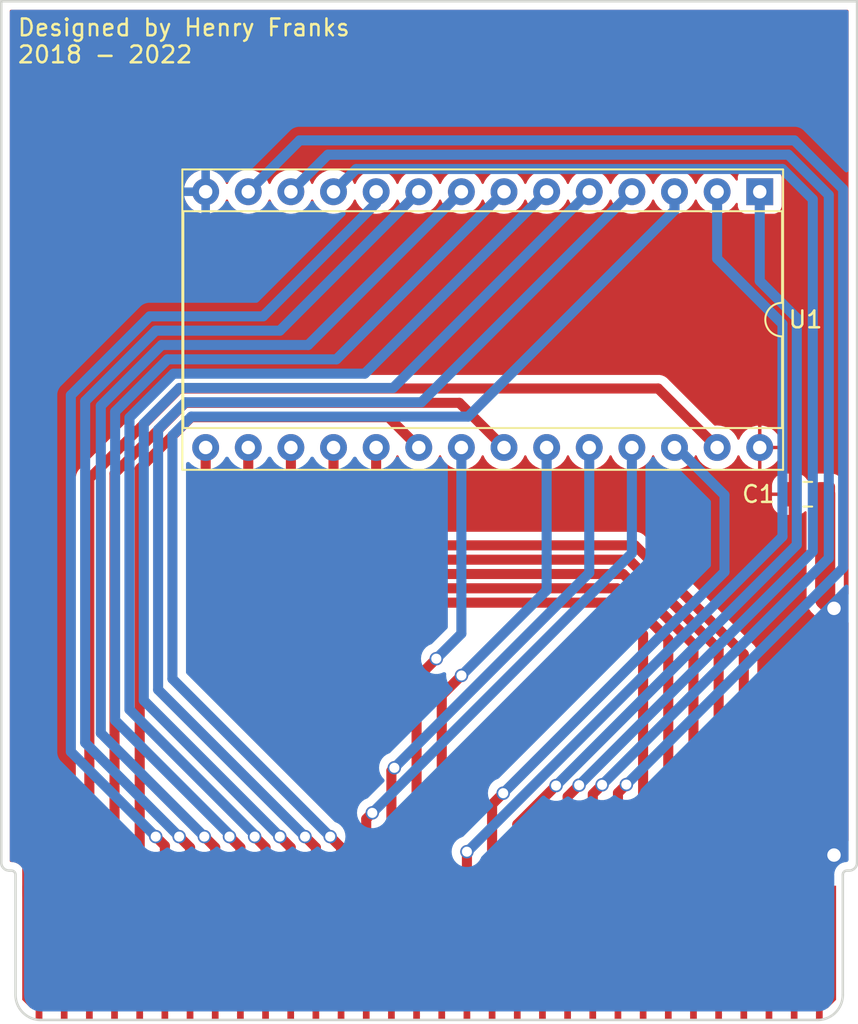
<source format=kicad_pcb>
(kicad_pcb (version 20211014) (generator pcbnew)
  (layers (0 "F.Cu" signal) (31 "B.Cu" signal) (34 "B.Paste" user) (35 "F.Paste" user) (36 "B.SilkS" user "B.Silkscreen") (37 "F.SilkS" user "F.Silkscreen") (38 "B.Mask" user) (39 "F.Mask" user) (44 "Edge.Cuts" user))
  (net 0 "")
  (net 1 "GND")
  (net 2 "Net-(J1-Pad2)")
  (net 3 "/~{WE}")
  (net 4 "/~{OE}")
  (net 5 "/~{CE}")
  (net 6 "/A0")
  (net 7 "/A1")
  (net 8 "/A2")
  (net 9 "/A3")
  (net 10 "/A4")
  (net 11 "/A5")
  (net 12 "/A6")
  (net 13 "/A7")
  (net 14 "/A8")
  (net 15 "/A9")
  (net 16 "/A10")
  (net 17 "/A11")
  (net 18 "/A12")
  (net 19 "/A13")
  (net 20 "/A14")
  (net 21 "Net-(J1-Pad21)")
  (net 22 "/D0")
  (net 23 "/D1")
  (net 24 "/D2")
  (net 25 "/D3")
  (net 26 "/D4")
  (net 27 "/D5")
  (net 28 "/D6")
  (net 29 "/D7")
  (net 30 "Net-(J1-Pad30)")
  (net 31 "Net-(J1-Pad31)")
  (net 32 "5V")
  (footprint "GB:Pak_Connector" (layer "F.Cu") (at 149.5 126.025)
    (fp_text reference "J1" hide)
    (fp_text value "Pak_Connector" hide)
    (fp_poly (pts (xy -23.05 0) (xy -23.45 0) (xy -23.45 -0.7) (xy -23.05 -0.7)) (layer "F.Cu") (width 0) (fill solid))
    (pad "1" smd custom locked (at -23.5 -7.5) (size 1 1) (layers "F.Cu") (net 32 "5V") (options (clearance outline) (anchor rect)) (primitives (gr_poly (pts (xy 0.75 6.8) (xy 0.45 6.8) (xy 0.45 7.5) (xy 0.05 7.5) (xy 0.05 6.8) (xy -0.25 6.8) (xy -0.75 6.3) (xy -0.75 -0.5) (xy 0.75 -0.5)) (width 0) (fill yes))))
    (pad "2" smd custom locked (at -21.75 -7.5) (size 1 1) (layers "F.Cu") (net 2 "Net-(J1-Pad2)") (options (clearance outline) (anchor rect)) (primitives (gr_poly (pts (xy 0.5 6.8) (xy 0.2 6.8) (xy 0.2 7.5) (xy -0.2 7.5) (xy -0.2 6.8) (xy -0.5 6.8) (xy -0.5 0.5) (xy 0.5 0.5)) (width 0) (fill yes))))
    (pad "3" smd custom locked (at -20.25 -7.5) (size 1 1) (layers "F.Cu") (net 3 "/~{WE}") (options (clearance outline) (anchor rect)) (primitives (gr_poly (pts (xy 0.5 6.8) (xy 0.2 6.8) (xy 0.2 7.5) (xy -0.2 7.5) (xy -0.2 6.8) (xy -0.5 6.8) (xy -0.5 0.5) (xy 0.5 0.5)) (width 0) (fill yes))))
    (pad "4" smd custom locked (at -18.75 -7.5) (size 1 1) (layers "F.Cu") (net 4 "/~{OE}") (options (clearance outline) (anchor rect)) (primitives (gr_poly (pts (xy 0.5 6.8) (xy 0.2 6.8) (xy 0.2 7.5) (xy -0.2 7.5) (xy -0.2 6.8) (xy -0.5 6.8) (xy -0.5 0.5) (xy 0.5 0.5)) (width 0) (fill yes))))
    (pad "5" smd custom locked (at -17.25 -7.5) (size 1 1) (layers "F.Cu") (net 5 "/~{CE}") (options (clearance outline) (anchor rect)) (primitives (gr_poly (pts (xy 0.5 6.8) (xy 0.2 6.8) (xy 0.2 7.5) (xy -0.2 7.5) (xy -0.2 6.8) (xy -0.5 6.8) (xy -0.5 0.5) (xy 0.5 0.5)) (width 0) (fill yes))))
    (pad "6" smd custom locked (at -15.75 -7.5) (size 1 1) (layers "F.Cu") (net 6 "/A0") (options (clearance outline) (anchor rect)) (primitives (gr_poly (pts (xy 0.5 6.8) (xy 0.2 6.8) (xy 0.2 7.5) (xy -0.2 7.5) (xy -0.2 6.8) (xy -0.5 6.8) (xy -0.5 0.5) (xy 0.5 0.5)) (width 0) (fill yes))))
    (pad "7" smd custom locked (at -14.25 -7.5) (size 1 1) (layers "F.Cu") (net 7 "/A1") (options (clearance outline) (anchor rect)) (primitives (gr_poly (pts (xy 0.5 6.8) (xy 0.2 6.8) (xy 0.2 7.5) (xy -0.2 7.5) (xy -0.2 6.8) (xy -0.5 6.8) (xy -0.5 0.5) (xy 0.5 0.5)) (width 0) (fill yes))))
    (pad "8" smd custom locked (at -12.75 -7.5) (size 1 1) (layers "F.Cu") (net 8 "/A2") (options (clearance outline) (anchor rect)) (primitives (gr_poly (pts (xy 0.5 6.8) (xy 0.2 6.8) (xy 0.2 7.5) (xy -0.2 7.5) (xy -0.2 6.8) (xy -0.5 6.8) (xy -0.5 0.5) (xy 0.5 0.5)) (width 0) (fill yes))))
    (pad "9" smd custom locked (at -11.25 -7.5) (size 1 1) (layers "F.Cu") (net 9 "/A3") (options (clearance outline) (anchor rect)) (primitives (gr_poly (pts (xy 0.5 6.8) (xy 0.2 6.8) (xy 0.2 7.5) (xy -0.2 7.5) (xy -0.2 6.8) (xy -0.5 6.8) (xy -0.5 0.5) (xy 0.5 0.5)) (width 0) (fill yes))))
    (pad "10" smd custom locked (at -9.75 -7.5) (size 1 1) (layers "F.Cu") (net 10 "/A4") (options (clearance outline) (anchor rect)) (primitives (gr_poly (pts (xy 0.5 6.8) (xy 0.2 6.8) (xy 0.2 7.5) (xy -0.2 7.5) (xy -0.2 6.8) (xy -0.5 6.8) (xy -0.5 0.5) (xy 0.5 0.5)) (width 0) (fill yes))))
    (pad "11" smd custom locked (at -8.25 -7.5) (size 1 1) (layers "F.Cu") (net 11 "/A5") (options (clearance outline) (anchor rect)) (primitives (gr_poly (pts (xy 0.5 6.8) (xy 0.2 6.8) (xy 0.2 7.5) (xy -0.2 7.5) (xy -0.2 6.8) (xy -0.5 6.8) (xy -0.5 0.5) (xy 0.5 0.5)) (width 0) (fill yes))))
    (pad "12" smd custom locked (at -6.75 -7.5) (size 1 1) (layers "F.Cu") (net 12 "/A6") (options (clearance outline) (anchor rect)) (primitives (gr_poly (pts (xy 0.5 6.8) (xy 0.2 6.8) (xy 0.2 7.5) (xy -0.2 7.5) (xy -0.2 6.8) (xy -0.5 6.8) (xy -0.5 0.5) (xy 0.5 0.5)) (width 0) (fill yes))))
    (pad "13" smd custom locked (at -5.25 -7.5) (size 1 1) (layers "F.Cu") (net 13 "/A7") (options (clearance outline) (anchor rect)) (primitives (gr_poly (pts (xy 0.5 6.8) (xy 0.2 6.8) (xy 0.2 7.5) (xy -0.2 7.5) (xy -0.2 6.8) (xy -0.5 6.8) (xy -0.5 0.5) (xy 0.5 0.5)) (width 0) (fill yes))))
    (pad "14" smd custom locked (at -3.75 -7.5) (size 1 1) (layers "F.Cu") (net 14 "/A8") (options (clearance outline) (anchor rect)) (primitives (gr_poly (pts (xy 0.5 6.8) (xy 0.2 6.8) (xy 0.2 7.5) (xy -0.2 7.5) (xy -0.2 6.8) (xy -0.5 6.8) (xy -0.5 0.5) (xy 0.5 0.5)) (width 0) (fill yes))))
    (pad "15" smd custom locked (at -2.25 -7.5) (size 1 1) (layers "F.Cu") (net 15 "/A9") (options (clearance outline) (anchor rect)) (primitives (gr_poly (pts (xy 0.5 6.8) (xy 0.2 6.8) (xy 0.2 7.5) (xy -0.2 7.5) (xy -0.2 6.8) (xy -0.5 6.8) (xy -0.5 0.5) (xy 0.5 0.5)) (width 0) (fill yes))))
    (pad "16" smd custom locked (at -0.75 -7.5) (size 1 1) (layers "F.Cu") (net 16 "/A10") (options (clearance outline) (anchor rect)) (primitives (gr_poly (pts (xy 0.5 6.8) (xy 0.2 6.8) (xy 0.2 7.5) (xy -0.2 7.5) (xy -0.2 6.8) (xy -0.5 6.8) (xy -0.5 0.5) (xy 0.5 0.5)) (width 0) (fill yes))))
    (pad "17" smd custom locked (at 0.75 -7.5) (size 1 1) (layers "F.Cu") (net 17 "/A11") (options (clearance outline) (anchor rect)) (primitives (gr_poly (pts (xy 0.5 6.8) (xy 0.2 6.8) (xy 0.2 7.5) (xy -0.2 7.5) (xy -0.2 6.8) (xy -0.5 6.8) (xy -0.5 0.5) (xy 0.5 0.5)) (width 0) (fill yes))))
    (pad "18" smd custom locked (at 2.25 -7.5) (size 1 1) (layers "F.Cu") (net 18 "/A12") (options (clearance outline) (anchor rect)) (primitives (gr_poly (pts (xy 0.5 6.8) (xy 0.2 6.8) (xy 0.2 7.5) (xy -0.2 7.5) (xy -0.2 6.8) (xy -0.5 6.8) (xy -0.5 0.5) (xy 0.5 0.5)) (width 0) (fill yes))))
    (pad "19" smd custom locked (at 3.75 -7.5) (size 1 1) (layers "F.Cu") (net 19 "/A13") (options (clearance outline) (anchor rect)) (primitives (gr_poly (pts (xy 0.5 6.8) (xy 0.2 6.8) (xy 0.2 7.5) (xy -0.2 7.5) (xy -0.2 6.8) (xy -0.5 6.8) (xy -0.5 0.5) (xy 0.5 0.5)) (width 0) (fill yes))))
    (pad "20" smd custom locked (at 5.25 -7.5) (size 1 1) (layers "F.Cu") (net 20 "/A14") (options (clearance outline) (anchor rect)) (primitives (gr_poly (pts (xy 0.5 6.8) (xy 0.2 6.8) (xy 0.2 7.5) (xy -0.2 7.5) (xy -0.2 6.8) (xy -0.5 6.8) (xy -0.5 0.5) (xy 0.5 0.5)) (width 0) (fill yes))))
    (pad "21" smd custom locked (at 6.75 -7.5) (size 1 1) (layers "F.Cu") (net 21 "Net-(J1-Pad21)") (options (clearance outline) (anchor rect)) (primitives (gr_poly (pts (xy 0.5 6.8) (xy 0.2 6.8) (xy 0.2 7.5) (xy -0.2 7.5) (xy -0.2 6.8) (xy -0.5 6.8) (xy -0.5 0.5) (xy 0.5 0.5)) (width 0) (fill yes))))
    (pad "22" smd custom locked (at 8.25 -7.5) (size 1 1) (layers "F.Cu") (net 22 "/D0") (options (clearance outline) (anchor rect)) (primitives (gr_poly (pts (xy 0.5 6.8) (xy 0.2 6.8) (xy 0.2 7.5) (xy -0.2 7.5) (xy -0.2 6.8) (xy -0.5 6.8) (xy -0.5 0.5) (xy 0.5 0.5)) (width 0) (fill yes))))
    (pad "23" smd custom locked (at 9.75 -7.5) (size 1 1) (layers "F.Cu") (net 23 "/D1") (options (clearance outline) (anchor rect)) (primitives (gr_poly (pts (xy 0.5 6.8) (xy 0.2 6.8) (xy 0.2 7.5) (xy -0.2 7.5) (xy -0.2 6.8) (xy -0.5 6.8) (xy -0.5 0.5) (xy 0.5 0.5)) (width 0) (fill yes))))
    (pad "24" smd custom locked (at 11.25 -7.5) (size 1 1) (layers "F.Cu") (net 24 "/D2") (options (clearance outline) (anchor rect)) (primitives (gr_poly (pts (xy 0.5 6.8) (xy 0.2 6.8) (xy 0.2 7.5) (xy -0.2 7.5) (xy -0.2 6.8) (xy -0.5 6.8) (xy -0.5 0.5) (xy 0.5 0.5)) (width 0) (fill yes))))
    (pad "25" smd custom locked (at 12.75 -7.5) (size 1 1) (layers "F.Cu") (net 25 "/D3") (options (clearance outline) (anchor rect)) (primitives (gr_poly (pts (xy 0.5 6.8) (xy 0.2 6.8) (xy 0.2 7.5) (xy -0.2 7.5) (xy -0.2 6.8) (xy -0.5 6.8) (xy -0.5 0.5) (xy 0.5 0.5)) (width 0) (fill yes))))
    (pad "26" smd custom locked (at 14.25 -7.5) (size 1 1) (layers "F.Cu") (net 26 "/D4") (options (clearance outline) (anchor rect)) (primitives (gr_poly (pts (xy 0.5 6.8) (xy 0.2 6.8) (xy 0.2 7.5) (xy -0.2 7.5) (xy -0.2 6.8) (xy -0.5 6.8) (xy -0.5 0.5) (xy 0.5 0.5)) (width 0) (fill yes))))
    (pad "27" smd custom locked (at 15.75 -7.5) (size 1 1) (layers "F.Cu") (net 27 "/D5") (options (clearance outline) (anchor rect)) (primitives (gr_poly (pts (xy 0.5 6.8) (xy 0.2 6.8) (xy 0.2 7.5) (xy -0.2 7.5) (xy -0.2 6.8) (xy -0.5 6.8) (xy -0.5 0.5) (xy 0.5 0.5)) (width 0) (fill yes))))
    (pad "28" smd custom locked (at 17.25 -7.5) (size 1 1) (layers "F.Cu") (net 28 "/D6") (options (clearance outline) (anchor rect)) (primitives (gr_poly (pts (xy 0.5 6.8) (xy 0.2 6.8) (xy 0.2 7.5) (xy -0.2 7.5) (xy -0.2 6.8) (xy -0.5 6.8) (xy -0.5 0.5) (xy 0.5 0.5)) (width 0) (fill yes))))
    (pad "29" smd custom locked (at 18.75 -7.5) (size 1 1) (layers "F.Cu") (net 29 "/D7") (options (clearance outline) (anchor rect)) (primitives (gr_poly (pts (xy 0.5 6.8) (xy 0.2 6.8) (xy 0.2 7.5) (xy -0.2 7.5) (xy -0.2 6.8) (xy -0.5 6.8) (xy -0.5 0.5) (xy 0.5 0.5)) (width 0) (fill yes))))
    (pad "30" smd custom locked (at 20.25 -7.5) (size 1 1) (layers "F.Cu") (net 30 "Net-(J1-Pad30)") (options (clearance outline) (anchor rect)) (primitives (gr_poly (pts (xy 0.5 6.8) (xy 0.2 6.8) (xy 0.2 7.5) (xy -0.2 7.5) (xy -0.2 6.8) (xy -0.5 6.8) (xy -0.5 0.5) (xy 0.5 0.5)) (width 0) (fill yes))))
    (pad "31" smd custom locked (at 21.75 -7.5) (size 1 1) (layers "F.Cu") (net 31 "Net-(J1-Pad31)") (options (clearance outline) (anchor rect)) (primitives (gr_poly (pts (xy 0.5 6.8) (xy 0.2 6.8) (xy 0.2 7.5) (xy -0.2 7.5) (xy -0.2 6.8) (xy -0.5 6.8) (xy -0.5 0.5) (xy 0.5 0.5)) (width 0) (fill yes))))
    (pad "32" smd custom locked (at 23.5 -7.5) (size 1 1) (layers "F.Cu") (net 1 "GND") (options (clearance outline) (anchor rect)) (primitives (gr_poly (pts (xy 0.75 6.3) (xy 0.25 6.8) (xy -0.05 6.8) (xy -0.05 7.5) (xy -0.45 7.5) (xy -0.45 6.8) (xy -0.75 6.8) (xy -0.75 -0.5) (xy 0.75 -0.5)) (width 0) (fill yes))))
  )
  (footprint "GB:C_0805" (layer "F.Cu") (at 172.0625 94.7)
    (fp_text reference "C1" (at -2.9375 0 180) (layer "F.SilkS"))
    (fp_text value "10n")
    (fp_line (start -0.261252 0.735) (end 0.261252 0.735) (layer "F.SilkS") (width 0.12))
    (fp_line (start -0.261252 -0.735) (end 0.261252 -0.735) (layer "F.SilkS") (width 0.12))
    (pad "1" smd roundrect locked (at -1.0375 0) (size 1.175 1.45) (layers "F.Cu" "F.Paste" "F.Mask") (roundrect_rratio 0.2127659574) (net 32 "5V"))
    (pad "2" smd roundrect locked (at 1.0375 0) (size 1.175 1.45) (layers "F.Cu" "F.Paste" "F.Mask") (roundrect_rratio 0.2127659574) (net 1 "GND"))
  )
  (footprint "GB:DIP_Socket_28" (layer "F.Cu") (at 169.2 76.675 -90)
    (fp_text reference "U1" (at 7.619999 -2.725 180) (layer "F.SilkS"))
    (fp_text value "AT28C256-15PU")
    (fp_line (start 16.57 -1.39) (end -1.33 -1.39) (layer "F.SilkS") (width 0.12))
    (fp_line (start -1.33 34.41) (end 16.57 34.41) (layer "F.SilkS") (width 0.12))
    (fp_line (start -1.33 -1.39) (end -1.33 34.41) (layer "F.SilkS") (width 0.12))
    (fp_line (start 6.62 -1.33) (end 1.16 -1.33) (layer "F.SilkS") (width 0.12))
    (fp_line (start 16.57 34.41) (end 16.57 -1.39) (layer "F.SilkS") (width 0.12))
    (fp_line (start 14.08 -1.33) (end 8.62 -1.33) (layer "F.SilkS") (width 0.12))
    (fp_line (start 1.16 -1.33) (end 1.16 34.35) (layer "F.SilkS") (width 0.12))
    (fp_line (start 14.08 34.35) (end 14.08 -1.33) (layer "F.SilkS") (width 0.12))
    (fp_line (start 1.16 34.35) (end 14.08 34.35) (layer "F.SilkS") (width 0.12))
    (fp_arc (start 8.62 -1.33) (mid 7.62 -0.33) (end 6.62 -1.33) (layer "F.SilkS") (width 0.12))
    (pad "1" thru_hole rect locked (at 0 0 270) (size 1.6 1.6) (drill 0.8) (layers *.Cu *.Mask) (net 20 "/A14"))
    (pad "2" thru_hole oval locked (at 0 2.54 270) (size 1.6 1.6) (drill 0.8) (layers *.Cu *.Mask) (net 18 "/A12"))
    (pad "3" thru_hole oval locked (at 0 5.08 270) (size 1.6 1.6) (drill 0.8) (layers *.Cu *.Mask) (net 13 "/A7"))
    (pad "4" thru_hole oval locked (at 0 7.62 270) (size 1.6 1.6) (drill 0.8) (layers *.Cu *.Mask) (net 12 "/A6"))
    (pad "5" thru_hole oval locked (at 0 10.16 270) (size 1.6 1.6) (drill 0.8) (layers *.Cu *.Mask) (net 11 "/A5"))
    (pad "6" thru_hole oval locked (at 0 12.7 270) (size 1.6 1.6) (drill 0.8) (layers *.Cu *.Mask) (net 10 "/A4"))
    (pad "7" thru_hole oval locked (at 0 15.24 270) (size 1.6 1.6) (drill 0.8) (layers *.Cu *.Mask) (net 9 "/A3"))
    (pad "8" thru_hole oval locked (at 0 17.78 270) (size 1.6 1.6) (drill 0.8) (layers *.Cu *.Mask) (net 8 "/A2"))
    (pad "9" thru_hole oval locked (at 0 20.32 270) (size 1.6 1.6) (drill 0.8) (layers *.Cu *.Mask) (net 7 "/A1"))
    (pad "10" thru_hole oval locked (at 0 22.86 270) (size 1.6 1.6) (drill 0.8) (layers *.Cu *.Mask) (net 6 "/A0"))
    (pad "11" thru_hole oval locked (at 0 25.4 270) (size 1.6 1.6) (drill 0.8) (layers *.Cu *.Mask) (net 22 "/D0"))
    (pad "12" thru_hole oval locked (at 0 27.94 270) (size 1.6 1.6) (drill 0.8) (layers *.Cu *.Mask) (net 23 "/D1"))
    (pad "13" thru_hole oval locked (at 0 30.48 270) (size 1.6 1.6) (drill 0.8) (layers *.Cu *.Mask) (net 24 "/D2"))
    (pad "14" thru_hole oval locked (at 0 33.02 270) (size 1.6 1.6) (drill 0.8) (layers *.Cu *.Mask) (net 1 "GND"))
    (pad "15" thru_hole oval locked (at 15.24 33.02 270) (size 1.6 1.6) (drill 0.8) (layers *.Cu *.Mask) (net 25 "/D3"))
    (pad "16" thru_hole oval locked (at 15.24 30.48 270) (size 1.6 1.6) (drill 0.8) (layers *.Cu *.Mask) (net 26 "/D4"))
    (pad "17" thru_hole oval locked (at 15.24 27.94 270) (size 1.6 1.6) (drill 0.8) (layers *.Cu *.Mask) (net 27 "/D5"))
    (pad "18" thru_hole oval locked (at 15.24 25.4 270) (size 1.6 1.6) (drill 0.8) (layers *.Cu *.Mask) (net 28 "/D6"))
    (pad "19" thru_hole oval locked (at 15.24 22.86 270) (size 1.6 1.6) (drill 0.8) (layers *.Cu *.Mask) (net 29 "/D7"))
    (pad "20" thru_hole oval locked (at 15.24 20.32 270) (size 1.6 1.6) (drill 0.8) (layers *.Cu *.Mask) (net 5 "/~{CE}"))
    (pad "21" thru_hole oval locked (at 15.24 17.78 270) (size 1.6 1.6) (drill 0.8) (layers *.Cu *.Mask) (net 16 "/A10"))
    (pad "22" thru_hole oval locked (at 15.24 15.24 270) (size 1.6 1.6) (drill 0.8) (layers *.Cu *.Mask) (net 4 "/~{OE}"))
    (pad "23" thru_hole oval locked (at 15.24 12.7 270) (size 1.6 1.6) (drill 0.8) (layers *.Cu *.Mask) (net 17 "/A11"))
    (pad "24" thru_hole oval locked (at 15.24 10.16 270) (size 1.6 1.6) (drill 0.8) (layers *.Cu *.Mask) (net 15 "/A9"))
    (pad "25" thru_hole oval locked (at 15.24 7.62 270) (size 1.6 1.6) (drill 0.8) (layers *.Cu *.Mask) (net 14 "/A8"))
    (pad "26" thru_hole oval locked (at 15.24 5.08 270) (size 1.6 1.6) (drill 0.8) (layers *.Cu *.Mask) (net 19 "/A13"))
    (pad "27" thru_hole oval locked (at 15.24 2.54 270) (size 1.6 1.6) (drill 0.8) (layers *.Cu *.Mask) (net 3 "/~{WE}"))
    (pad "28" thru_hole oval locked (at 15.24 0 270) (size 1.6 1.6) (drill 0.8) (layers *.Cu *.Mask) (net 32 "5V"))
  )
  (gr_line (start 124 116.65) (end 124 65.325) (layer "Edge.Cuts") (width 0.15))
  (gr_line (start 124 65.325) (end 175 65.325) (layer "Edge.Cuts") (width 0.15))
  (gr_line (start 124.6 117.125) (end 124.475 117.125) (layer "Edge.Cuts") (width 0.15))
  (gr_arc (start 174.15 117.375) (mid 174.223223 117.198223) (end 174.4 117.125) (layer "Edge.Cuts") (width 0.15))
  (gr_line (start 174.15 117.375) (end 174.15 124.525) (layer "Edge.Cuts") (width 0.15))
  (gr_line (start 174.4 117.125) (end 174.525 117.125) (layer "Edge.Cuts") (width 0.15))
  (gr_arc (start 175 116.65) (mid 174.860876 116.985876) (end 174.525 117.125) (layer "Edge.Cuts") (width 0.15))
  (gr_arc (start 174.15 124.525) (mid 173.71066 125.58566) (end 172.65 126.025) (layer "Edge.Cuts") (width 0.15))
  (gr_line (start 172.65 126.025) (end 126.35 126.025) (layer "Edge.Cuts") (width 0.15))
  (gr_arc (start 126.35 126.025) (mid 125.28934 125.58566) (end 124.85 124.525) (layer "Edge.Cuts") (width 0.15))
  (gr_arc (start 124.6 117.125) (mid 124.776777 117.198223) (end 124.85 117.375) (layer "Edge.Cuts") (width 0.15))
  (gr_line (start 124.85 117.375) (end 124.85 124.525) (layer "Edge.Cuts") (width 0.15))
  (gr_arc (start 124.475 117.125) (mid 124.139124 116.985876) (end 124 116.65) (layer "Edge.Cuts") (width 0.15))
  (gr_line (start 175 116.65) (end 175 65.325) (layer "Edge.Cuts") (width 0.15))
  (gr_text "Designed by Henry Franks\n2018 - 2022" (at 124.9 67.7) (layer "F.SilkS") (effects (font (size 1 1)) (justify left)))
  (segment (start 173.1 100.975) (end 173.625 101.5) (width 1.2) (layer "F.Cu") (net 1))
  (segment (start 173.1 94.7) (end 173.1 100.975) (width 1.2) (layer "F.Cu") (net 1))
  (segment (start 173 118.525) (end 173 116.825) (width 1.2) (layer "F.Cu") (net 1))
  (segment (start 173 116.825) (end 173.625 116.2) (width 1.2) (layer "F.Cu") (net 1))
  (via (at 173.625 116.2) (size 1) (drill 0.8) (layers "F.Cu" "B.Cu") (net 1))
  (via (at 173.625 101.5) (size 1) (drill 0.8) (layers "F.Cu" "B.Cu") (net 1))
  (segment (start 129.25 93.759494) (end 129.25 118.525) (width 0.6) (layer "F.Cu") (net 3))
  (segment (start 166.66 91.915) (end 163.145 88.4) (width 0.6) (layer "F.Cu") (net 3))
  (segment (start 134.609494 88.4) (end 129.25 93.759494) (width 0.6) (layer "F.Cu") (net 3))
  (segment (start 163.145 88.4) (end 134.609494 88.4) (width 0.6) (layer "F.Cu") (net 3))
  (segment (start 134.963236 89.254011) (end 130.75 93.467247) (width 0.6) (layer "F.Cu") (net 4))
  (segment (start 130.75 93.467247) (end 130.75 118.525) (width 0.6) (layer "F.Cu") (net 4))
  (segment (start 153.96 91.915) (end 151.299011 89.254011) (width 0.6) (layer "F.Cu") (net 4))
  (segment (start 151.299011 89.254011) (end 134.963236 89.254011) (width 0.6) (layer "F.Cu") (net 4))
  (segment (start 132.25 93.175) (end 132.25 118.525) (width 0.6) (layer "F.Cu") (net 5))
  (segment (start 147.073022 90.108022) (end 135.316978 90.108022) (width 0.6) (layer "F.Cu") (net 5))
  (segment (start 135.316978 90.108022) (end 132.25 93.175) (width 0.6) (layer "F.Cu") (net 5))
  (segment (start 148.88 91.915) (end 147.073022 90.108022) (width 0.6) (layer "F.Cu") (net 5))
  (segment (start 133.75 118.525) (end 133.75 115.6465) (width 0.6) (layer "F.Cu") (net 6))
  (segment (start 133.75 115.6465) (end 133.2035 115.1) (width 0.6) (layer "F.Cu") (net 6))
  (via (at 133.2035 115.1) (size 0.8) (drill 0.6) (layers "F.Cu" "B.Cu") (net 6))
  (segment (start 139.6 84.1) (end 146.34 77.36) (width 0.6) (layer "B.Cu") (net 6))
  (segment (start 133.2035 115.1) (end 128.14648 110.04298) (width 0.6) (layer "B.Cu") (net 6))
  (segment (start 146.34 77.36) (end 146.34 76.675) (width 0.6) (layer "B.Cu") (net 6))
  (segment (start 132.850585 84.1) (end 139.6 84.1) (width 0.6) (layer "B.Cu") (net 6))
  (segment (start 128.14648 88.804104) (end 132.850585 84.1) (width 0.6) (layer "B.Cu") (net 6))
  (segment (start 128.14648 110.04298) (end 128.14648 88.804104) (width 0.6) (layer "B.Cu") (net 6))
  (segment (start 135.25 115.75) (end 134.6 115.1) (width 0.6) (layer "F.Cu") (net 7))
  (segment (start 135.25 118.525) (end 135.25 115.75) (width 0.6) (layer "F.Cu") (net 7))
  (via (at 134.6 115.1) (size 0.8) (drill 0.6) (layers "F.Cu" "B.Cu") (net 7))
  (segment (start 133.204124 84.95352) (end 129 89.157644) (width 0.6) (layer "B.Cu") (net 7))
  (segment (start 129 109.5) (end 134.6 115.1) (width 0.6) (layer "B.Cu") (net 7))
  (segment (start 148.88 76.675) (end 140.60148 84.95352) (width 0.6) (layer "B.Cu") (net 7))
  (segment (start 140.60148 84.95352) (end 133.204124 84.95352) (width 0.6) (layer "B.Cu") (net 7))
  (segment (start 129 89.157644) (end 129 109.5) (width 0.6) (layer "B.Cu") (net 7))
  (segment (start 136.1 115.1) (end 136.75 115.75) (width 0.6) (layer "F.Cu") (net 8))
  (segment (start 136.75 115.75) (end 136.75 118.525) (width 0.6) (layer "F.Cu") (net 8))
  (via (at 136.1 115.1) (size 0.8) (drill 0.6) (layers "F.Cu" "B.Cu") (net 8))
  (segment (start 142.28796 85.80704) (end 151.42 76.675) (width 0.6) (layer "B.Cu") (net 8))
  (segment (start 133.557664 85.80704) (end 142.28796 85.80704) (width 0.6) (layer "B.Cu") (net 8))
  (segment (start 136.1 115.1) (end 129.9324 108.9324) (width 0.6) (layer "B.Cu") (net 8))
  (segment (start 129.932401 89.4323) (end 133.557664 85.80704) (width 0.6) (layer "B.Cu") (net 8))
  (segment (start 129.9324 108.9324) (end 129.932401 89.4323) (width 0.6) (layer "B.Cu") (net 8))
  (segment (start 137.6 115.1) (end 138.25 115.75) (width 0.6) (layer "F.Cu") (net 9))
  (segment (start 138.25 115.75) (end 138.25 118.525) (width 0.6) (layer "F.Cu") (net 9))
  (via (at 137.6 115.1) (size 0.8) (drill 0.6) (layers "F.Cu" "B.Cu") (net 9))
  (segment (start 137.6 114.98588) (end 130.78592 108.1718) (width 0.6) (layer "B.Cu") (net 9))
  (segment (start 133.911203 86.66056) (end 143.97444 86.66056) (width 0.6) (layer "B.Cu") (net 9))
  (segment (start 130.78592 89.78584) (end 131.285901 89.28586) (width 0.6) (layer "B.Cu") (net 9))
  (segment (start 137.6 115.1) (end 137.6 114.98588) (width 0.6) (layer "B.Cu") (net 9))
  (segment (start 130.78592 108.1718) (end 130.78592 89.78584) (width 0.6) (layer "B.Cu") (net 9))
  (segment (start 131.285901 89.28586) (end 133.911203 86.66056) (width 0.6) (layer "B.Cu") (net 9))
  (segment (start 143.97444 86.66056) (end 153.96 76.675) (width 0.6) (layer "B.Cu") (net 9))
  (segment (start 139.75 115.75) (end 139.75 118.525) (width 0.6) (layer "F.Cu") (net 10))
  (segment (start 139.1 115.1) (end 139.75 115.75) (width 0.6) (layer "F.Cu") (net 10))
  (via (at 139.1 115.1) (size 0.8) (drill 0.6) (layers "F.Cu" "B.Cu") (net 10))
  (segment (start 139.1 115.1) (end 139.1 114.99294) (width 0.6) (layer "B.Cu") (net 10))
  (segment (start 134.264742 87.51408) (end 145.66092 87.51408) (width 0.6) (layer "B.Cu") (net 10))
  (segment (start 131.63944 90.13938) (end 134.264742 87.51408) (width 0.6) (layer "B.Cu") (net 10))
  (segment (start 145.66092 87.51408) (end 156.5 76.675) (width 0.6) (layer "B.Cu") (net 10))
  (segment (start 139.1 114.99294) (end 131.63944 107.53238) (width 0.6) (layer "B.Cu") (net 10))
  (segment (start 131.63944 107.53238) (end 131.63944 90.13938) (width 0.6) (layer "B.Cu") (net 10))
  (segment (start 141.25 115.75) (end 141.25 118.525) (width 0.6) (layer "F.Cu") (net 11))
  (segment (start 140.6 115.1) (end 141.25 115.75) (width 0.6) (layer "F.Cu") (net 11))
  (via (at 140.6 115.1) (size 0.8) (drill 0.6) (layers "F.Cu" "B.Cu") (net 11))
  (segment (start 132.49296 106.9859) (end 132.49296 90.49292) (width 0.6) (layer "B.Cu") (net 11))
  (segment (start 140.6 115.1) (end 140.6 115.09294) (width 0.6) (layer "B.Cu") (net 11))
  (segment (start 134.618281 88.3676) (end 147.3474 88.3676) (width 0.6) (layer "B.Cu") (net 11))
  (segment (start 132.49296 90.49292) (end 134.618281 88.3676) (width 0.6) (layer "B.Cu") (net 11))
  (segment (start 140.6 115.09294) (end 132.49296 106.9859) (width 0.6) (layer "B.Cu") (net 11))
  (segment (start 147.3474 88.3676) (end 159.04 76.675) (width 0.6) (layer "B.Cu") (net 11))
  (segment (start 142.1 115.1) (end 142.75 115.75) (width 0.6) (layer "F.Cu") (net 12))
  (segment (start 142.75 115.75) (end 142.75 118.525) (width 0.6) (layer "F.Cu") (net 12))
  (via (at 142.1 115.1) (size 0.8) (drill 0.6) (layers "F.Cu" "B.Cu") (net 12))
  (segment (start 133.34648 106.34648) (end 142.1 115.1) (width 0.6) (layer "B.Cu") (net 12))
  (segment (start 134.97182 89.22112) (end 133.34648 90.84646) (width 0.6) (layer "B.Cu") (net 12))
  (segment (start 149.03388 89.22112) (end 134.97182 89.22112) (width 0.6) (layer "B.Cu") (net 12))
  (segment (start 161.58 76.675) (end 149.03388 89.22112) (width 0.6) (layer "B.Cu") (net 12))
  (segment (start 133.34648 90.84646) (end 133.34648 106.34648) (width 0.6) (layer "B.Cu") (net 12))
  (segment (start 144.25 115.75) (end 144.25 118.525) (width 0.6) (layer "F.Cu") (net 13))
  (segment (start 143.6 115.1) (end 144.25 115.75) (width 0.6) (layer "F.Cu") (net 13))
  (via (at 143.6 115.1) (size 0.8) (drill 0.6) (layers "F.Cu" "B.Cu") (net 13))
  (segment (start 135.32536 90.07464) (end 151.82536 90.07464) (width 0.6) (layer "B.Cu") (net 13))
  (segment (start 164.12 77.78) (end 164.12 76.675) (width 0.6) (layer "B.Cu") (net 13))
  (segment (start 134.2 91.2) (end 135.32536 90.07464) (width 0.6) (layer "B.Cu") (net 13))
  (segment (start 134.2 105.7) (end 134.2 91.2) (width 0.6) (layer "B.Cu") (net 13))
  (segment (start 143.6 115.1) (end 134.2 105.7) (width 0.6) (layer "B.Cu") (net 13))
  (segment (start 151.82536 90.07464) (end 164.12 77.78) (width 0.6) (layer "B.Cu") (net 13))
  (segment (start 145.75 118.525) (end 145.75 114.046) (width 0.6) (layer "F.Cu") (net 14))
  (segment (start 145.75 114.046) (end 146.110496 113.685504) (width 0.6) (layer "F.Cu") (net 14))
  (via (at 146.110496 113.685504) (size 0.8) (drill 0.6) (layers "F.Cu" "B.Cu") (net 14))
  (segment (start 161.58 91.915) (end 161.58 98.216) (width 0.6) (layer "B.Cu") (net 14))
  (segment (start 161.58 98.216) (end 146.110496 113.685504) (width 0.6) (layer "B.Cu") (net 14))
  (segment (start 147.25 118.525) (end 147.25 111.175) (width 0.6) (layer "F.Cu") (net 15))
  (segment (start 147.25 111.175) (end 147.425 111) (width 0.6) (layer "F.Cu") (net 15))
  (via (at 147.425 111) (size 0.8) (drill 0.6) (layers "F.Cu" "B.Cu") (net 15))
  (segment (start 159.04 99.385) (end 147.425 111) (width 0.6) (layer "B.Cu") (net 15))
  (segment (start 159.04 91.915) (end 159.04 99.385) (width 0.6) (layer "B.Cu") (net 15))
  (segment (start 149.925 104.5) (end 148.75 105.675) (width 0.6) (layer "F.Cu") (net 16))
  (segment (start 148.75 105.675) (end 148.75 118.525) (width 0.6) (layer "F.Cu") (net 16))
  (via (at 149.925 104.5) (size 0.8) (drill 0.6) (layers "F.Cu" "B.Cu") (net 16))
  (segment (start 151.42 91.915) (end 151.42 103.005) (width 0.6) (layer "B.Cu") (net 16))
  (segment (start 151.42 103.005) (end 149.925 104.5) (width 0.6) (layer "B.Cu") (net 16))
  (segment (start 150.25 106.675) (end 151.425 105.5) (width 0.6) (layer "F.Cu") (net 17))
  (segment (start 150.25 118.525) (end 150.25 106.675) (width 0.6) (layer "F.Cu") (net 17))
  (via (at 151.425 105.5) (size 0.8) (drill 0.6) (layers "F.Cu" "B.Cu") (net 17))
  (segment (start 156.5 100.425) (end 151.425 105.5) (width 0.6) (layer "B.Cu") (net 17))
  (segment (start 156.5 91.915) (end 156.5 100.425) (width 0.6) (layer "B.Cu") (net 17))
  (segment (start 151.75 116) (end 151.75 118.525) (width 0.6) (layer "F.Cu") (net 18))
  (via (at 151.75 116) (size 0.8) (drill 0.6) (layers "F.Cu" "B.Cu") (net 18))
  (segment (start 170.553511 84.553511) (end 166.66 80.66) (width 0.6) (layer "B.Cu") (net 18))
  (segment (start 166.66 80.66) (end 166.66 76.675) (width 0.6) (layer "B.Cu") (net 18))
  (segment (start 151.773469 116) (end 170.553511 97.219958) (width 0.6) (layer "B.Cu") (net 18))
  (segment (start 170.553511 97.219958) (end 170.553511 84.553511) (width 0.6) (layer "B.Cu") (net 18))
  (segment (start 151.75 116) (end 151.773469 116) (width 0.6) (layer "B.Cu") (net 18))
  (segment (start 153.25 113.175015) (end 153.25 118.525) (width 0.6) (layer "F.Cu") (net 19))
  (segment (start 153.912507 112.512508) (end 153.25 113.175015) (width 0.6) (layer "F.Cu") (net 19))
  (via (at 153.912507 112.512508) (size 0.8) (drill 0.6) (layers "F.Cu" "B.Cu") (net 19))
  (segment (start 153.912507 112.512508) (end 153.912507 112.512493) (width 0.6) (layer "B.Cu") (net 19))
  (segment (start 153.912507 112.512493) (end 167.1 99.325) (width 0.6) (layer "B.Cu") (net 19))
  (segment (start 164.261366 91.915) (end 164.12 91.915) (width 0.6) (layer "B.Cu") (net 19))
  (segment (start 167.1 94.753634) (end 164.261366 91.915) (width 0.6) (layer "B.Cu") (net 19))
  (segment (start 167.1 99.325) (end 167.1 94.753634) (width 0.6) (layer "B.Cu") (net 19))
  (segment (start 154.75 114.371922) (end 154.75 118.525) (width 0.6) (layer "F.Cu") (net 20))
  (segment (start 157.060961 112.060961) (end 154.75 114.371922) (width 0.6) (layer "F.Cu") (net 20))
  (via (at 157.060961 112.060961) (size 0.8) (drill 0.6) (layers "F.Cu" "B.Cu") (net 20))
  (segment (start 171.407031 84.199971) (end 169.2 81.99294) (width 0.6) (layer "B.Cu") (net 20))
  (segment (start 157.060961 112.060961) (end 171.407031 97.714891) (width 0.6) (layer "B.Cu") (net 20))
  (segment (start 169.2 81.99294) (end 169.2 76.675) (width 0.6) (layer "B.Cu") (net 20))
  (segment (start 171.407031 97.714891) (end 171.407031 84.199971) (width 0.6) (layer "B.Cu") (net 20))
  (segment (start 157.75 112.720376) (end 157.75 118.525) (width 0.6) (layer "F.Cu") (net 22))
  (segment (start 158.435188 112.035188) (end 157.75 112.720376) (width 0.6) (layer "F.Cu") (net 22))
  (via (at 158.435188 112.035188) (size 0.8) (drill 0.6) (layers "F.Cu" "B.Cu") (net 22))
  (segment (start 172.360531 77.128509) (end 170.553511 75.321489) (width 0.6) (layer "B.Cu") (net 22))
  (segment (start 145.153511 75.321489) (end 143.8 76.675) (width 0.6) (layer "B.Cu") (net 22))
  (segment (start 170.553511 75.321489) (end 145.153511 75.321489) (width 0.6) (layer "B.Cu") (net 22))
  (segment (start 172.360531 98.109845) (end 172.360531 77.128509) (width 0.6) (layer "B.Cu") (net 22))
  (segment (start 158.435188 112.035188) (end 172.360531 98.109845) (width 0.6) (layer "B.Cu") (net 22))
  (segment (start 159.25 112.568829) (end 159.25 118.525) (width 0.6) (layer "F.Cu") (net 23))
  (segment (start 159.804707 112.014122) (end 159.25 112.568829) (width 0.6) (layer "F.Cu") (net 23))
  (via (at 159.804707 112.014122) (size 0.8) (drill 0.6) (layers "F.Cu" "B.Cu") (net 23))
  (segment (start 170.90705 74.467969) (end 143.467031 74.467969) (width 0.6) (layer "B.Cu") (net 23))
  (segment (start 143.467031 74.467969) (end 141.26 76.675) (width 0.6) (layer "B.Cu") (net 23))
  (segment (start 159.804707 112.014122) (end 173.314031 98.504799) (width 0.6) (layer "B.Cu") (net 23))
  (segment (start 173.314031 76.874949) (end 170.90705 74.467969) (width 0.6) (layer "B.Cu") (net 23))
  (segment (start 173.314031 98.504799) (end 173.314031 76.874949) (width 0.6) (layer "B.Cu") (net 23))
  (segment (start 160.75 112.5) (end 160.75 118.525) (width 0.6) (layer "F.Cu") (net 24))
  (segment (start 161.25 112) (end 160.75 112.5) (width 0.6) (layer "F.Cu") (net 24))
  (via (at 161.25 112) (size 0.8) (drill 0.6) (layers "F.Cu" "B.Cu") (net 24))
  (segment (start 161.25 112) (end 174.167551 99.082449) (width 0.6) (layer "B.Cu") (net 24))
  (segment (start 174.167551 76.52141) (end 171.26059 73.614449) (width 0.6) (layer "B.Cu") (net 24))
  (segment (start 141.780551 73.614449) (end 138.72 76.675) (width 0.6) (layer "B.Cu") (net 24))
  (segment (start 171.26059 73.614449) (end 141.780551 73.614449) (width 0.6) (layer "B.Cu") (net 24))
  (segment (start 174.167551 99.082449) (end 174.167551 76.52141) (width 0.6) (layer "B.Cu") (net 24))
  (segment (start 136.18 91.915) (end 136.206332 91.915) (width 1) (layer "F.Cu") (net 25))
  (segment (start 162.25 103.059484) (end 162.25 118.525) (width 0.6) (layer "F.Cu") (net 25))
  (segment (start 136.18 91.915) (end 136.18 93.348756) (width 0.6) (layer "F.Cu") (net 25))
  (segment (start 136.18 93.348756) (end 143.991312 101.160068) (width 0.6) (layer "F.Cu") (net 25))
  (segment (start 160.350584 101.160068) (end 162.25 103.059484) (width 0.6) (layer "F.Cu") (net 25))
  (segment (start 143.991312 101.160068) (end 160.350584 101.160068) (width 0.6) (layer "F.Cu") (net 25))
  (segment (start 144.911231 100.306548) (end 138.72 94.115317) (width 0.6) (layer "F.Cu") (net 26))
  (segment (start 163.75 103.352424) (end 160.704124 100.306548) (width 0.6) (layer "F.Cu") (net 26))
  (segment (start 160.704124 100.306548) (end 144.911231 100.306548) (width 0.6) (layer "F.Cu") (net 26))
  (segment (start 138.72 94.115317) (end 138.72 91.915) (width 0.6) (layer "F.Cu") (net 26))
  (segment (start 163.75 118.525) (end 163.75 103.352424) (width 0.6) (layer "F.Cu") (net 26))
  (segment (start 145.83115 99.453028) (end 161.057664 99.453028) (width 0.6) (layer "F.Cu") (net 27))
  (segment (start 141.26 94.881878) (end 145.83115 99.453028) (width 0.6) (layer "F.Cu") (net 27))
  (segment (start 161.057664 99.453028) (end 165.25 103.645364) (width 0.6) (layer "F.Cu") (net 27))
  (segment (start 165.25 118.025) (end 165.25 118.525) (width 1) (layer "F.Cu") (net 27))
  (segment (start 141.26 91.915) (end 141.26 94.881878) (width 0.6) (layer "F.Cu") (net 27))
  (segment (start 165.25 103.645364) (end 165.25 118.025) (width 0.6) (layer "F.Cu") (net 27))
  (segment (start 166.75 103.938304) (end 161.411204 98.599508) (width 0.6) (layer "F.Cu") (net 28))
  (segment (start 143.8 95.648439) (end 143.8 91.915) (width 0.6) (layer "F.Cu") (net 28))
  (segment (start 146.751069 98.599508) (end 143.8 95.648439) (width 0.6) (layer "F.Cu") (net 28))
  (segment (start 166.75 118.525) (end 166.75 103.938304) (width 0.6) (layer "F.Cu") (net 28))
  (segment (start 161.411204 98.599508) (end 146.751069 98.599508) (width 0.6) (layer "F.Cu") (net 28))
  (segment (start 168.25 104.231244) (end 168.25 118.525) (width 0.6) (layer "F.Cu") (net 29))
  (segment (start 146.34 91.915) (end 146.34 96.415) (width 0.6) (layer "F.Cu") (net 29))
  (segment (start 161.764744 97.745988) (end 168.25 104.231244) (width 0.6) (layer "F.Cu") (net 29))
  (segment (start 146.34 96.415) (end 147.670988 97.745988) (width 0.6) (layer "F.Cu") (net 29))
  (segment (start 147.670988 97.745988) (end 161.764744 97.745988) (width 0.6) (layer "F.Cu") (net 29))
  (segment (start 126 118.525) (end 126 116.425) (width 1.5) (layer "F.Cu") (net 32))
  (zone (net 32) (net_name "5V") (layer "F.Cu") (connect_pads (clearance 0.508)) (min_thickness 0.127) (fill yes (thermal_gap 0.508) (thermal_bridge_width 0.204) (smoothing fillet) (radius 0.3))
    (polygon (pts (xy 175 119) (xy 124 119) (xy 124.075 65.321821) (xy 175.075 65.321821)))
  )
  (zone (net 1) (net_name "GND") (layer "B.Cu") (connect_pads (clearance 0.508)) (min_thickness 0.254) (fill yes (thermal_gap 0.508) (thermal_bridge_width 0.508))
    (polygon (pts (xy 175 126) (xy 124 126) (xy 124 65.325) (xy 175 65.325)))
  )
)
</source>
